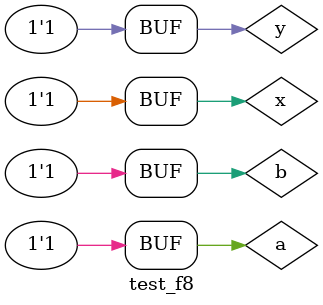
<source format=v>
/*
 Guia_0503.v
 810862 - Vitor Lucio de Oliveira
*/
module f8 (output s, input a, input b);
  // Definir dados locais
  wire not_a, not_b;

  // Descrever por portas NOR
  nor NOR1 (not_a, a, a);
  nor NOR2 (not_b, b, b);
  nor NOR3 (s, not_a, not_b);
  
endmodule // f8

module test_f8;
  // Definir dados
  reg x;
  reg y;
  wire a, b;
  wire s;

  // Instanciar o módulo
  f8 modulo (s, x, y);

  // Parte principal
  initial begin : main
    $display("Guia_0503 - Vitor Lucio de Oliveira - 810862");
    $display("Test module");
    $display(" x y a b s");
    
    // Projetar testes do módulo
    $monitor("%4b %4b %4b %4b %4b", x, y, a, b, s);
    
    // Teste 1: a = 0, b = 0
    x = 1'b0; y = 1'b0;
    #1 a = 1'b0; b = 1'b0;
    
    // Teste 2: a = 0, b = 1
    x = 1'b0; y = 1'b1;
    #1 a = 1'b0; b = 1'b1;
    
    // Teste 3: a = 1, b = 0
    x = 1'b1; y = 1'b0;
    #1 a = 1'b1; b = 1'b0;
    
    // Teste 4: a = 1, b = 1
    x = 1'b1; y = 1'b1;
    #1 a = 1'b1; b = 1'b1;
  end
endmodule // test_f8

</source>
